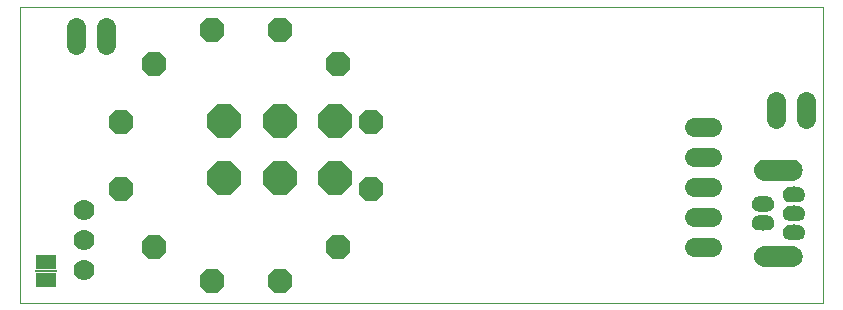
<source format=gbs>
G04 EAGLE Gerber RS-274X export*
G75*
%MOMM*%
%FSLAX34Y34*%
%LPD*%
%INBottom solder mask*%
%IPPOS*%
%AMOC8*
5,1,8,0,0,1.08239X$1,22.5*%
G01*
%ADD10C,0.000000*%
%ADD11P,3.037944X8X292.500000*%
%ADD12P,2.254402X8X292.500000*%
%ADD13C,1.625600*%
%ADD14R,1.701800X1.270000*%
%ADD15R,1.828800X0.152400*%
%ADD16C,1.778000*%
%ADD17C,1.309600*%
%ADD18C,1.701600*%

G36*
X653546Y103080D02*
X653546Y103080D01*
X653574Y103078D01*
X655232Y103241D01*
X655270Y103253D01*
X655328Y103261D01*
X656923Y103744D01*
X656958Y103763D01*
X657013Y103782D01*
X658483Y104567D01*
X658513Y104593D01*
X658564Y104622D01*
X659852Y105679D01*
X659876Y105708D01*
X659900Y105724D01*
X659907Y105735D01*
X659921Y105748D01*
X660978Y107036D01*
X660997Y107071D01*
X661033Y107117D01*
X661818Y108587D01*
X661830Y108625D01*
X661856Y108677D01*
X662339Y110272D01*
X662343Y110311D01*
X662359Y110368D01*
X662522Y112026D01*
X662519Y112056D01*
X662523Y112079D01*
X662520Y112092D01*
X662522Y112124D01*
X662359Y113782D01*
X662347Y113820D01*
X662339Y113878D01*
X661856Y115473D01*
X661837Y115508D01*
X661818Y115563D01*
X661033Y117033D01*
X661008Y117063D01*
X660978Y117114D01*
X659921Y118402D01*
X659899Y118420D01*
X659897Y118423D01*
X659891Y118427D01*
X659852Y118471D01*
X658564Y119528D01*
X658529Y119547D01*
X658483Y119583D01*
X657013Y120368D01*
X656975Y120380D01*
X656923Y120406D01*
X655328Y120889D01*
X655289Y120893D01*
X655232Y120909D01*
X653574Y121072D01*
X653552Y121070D01*
X653525Y121074D01*
X630525Y121074D01*
X630504Y121070D01*
X630476Y121072D01*
X628818Y120909D01*
X628780Y120897D01*
X628722Y120889D01*
X627127Y120406D01*
X627092Y120387D01*
X627037Y120368D01*
X625567Y119583D01*
X625537Y119558D01*
X625486Y119528D01*
X624198Y118471D01*
X624173Y118441D01*
X624129Y118402D01*
X623072Y117114D01*
X623053Y117079D01*
X623017Y117033D01*
X622232Y115563D01*
X622220Y115525D01*
X622194Y115473D01*
X621711Y113878D01*
X621707Y113839D01*
X621691Y113782D01*
X621528Y112124D01*
X621532Y112085D01*
X621531Y112068D01*
X621527Y112046D01*
X621529Y112039D01*
X621528Y112026D01*
X621691Y110368D01*
X621703Y110330D01*
X621711Y110272D01*
X622194Y108677D01*
X622213Y108642D01*
X622232Y108587D01*
X623017Y107117D01*
X623043Y107087D01*
X623072Y107036D01*
X624129Y105748D01*
X624156Y105725D01*
X624174Y105701D01*
X624183Y105696D01*
X624198Y105679D01*
X625486Y104622D01*
X625521Y104603D01*
X625567Y104567D01*
X627037Y103782D01*
X627075Y103770D01*
X627127Y103744D01*
X628722Y103261D01*
X628761Y103257D01*
X628818Y103241D01*
X630476Y103078D01*
X630498Y103080D01*
X630525Y103076D01*
X653525Y103076D01*
X653546Y103080D01*
G37*
G36*
X653546Y30080D02*
X653546Y30080D01*
X653574Y30078D01*
X655232Y30241D01*
X655270Y30253D01*
X655328Y30261D01*
X656923Y30744D01*
X656958Y30763D01*
X657013Y30782D01*
X658483Y31567D01*
X658513Y31593D01*
X658564Y31622D01*
X659852Y32679D01*
X659876Y32708D01*
X659900Y32724D01*
X659907Y32735D01*
X659921Y32748D01*
X660978Y34036D01*
X660997Y34071D01*
X661033Y34117D01*
X661818Y35587D01*
X661830Y35625D01*
X661856Y35677D01*
X662339Y37272D01*
X662343Y37311D01*
X662359Y37368D01*
X662522Y39026D01*
X662519Y39056D01*
X662523Y39079D01*
X662520Y39092D01*
X662522Y39124D01*
X662359Y40782D01*
X662347Y40820D01*
X662339Y40878D01*
X661856Y42473D01*
X661837Y42508D01*
X661818Y42563D01*
X661033Y44033D01*
X661008Y44063D01*
X660978Y44114D01*
X659921Y45402D01*
X659899Y45420D01*
X659897Y45423D01*
X659891Y45427D01*
X659852Y45471D01*
X658564Y46528D01*
X658529Y46547D01*
X658483Y46583D01*
X657013Y47368D01*
X656975Y47380D01*
X656923Y47406D01*
X655328Y47889D01*
X655289Y47893D01*
X655232Y47909D01*
X653574Y48072D01*
X653552Y48070D01*
X653525Y48074D01*
X630525Y48074D01*
X630504Y48070D01*
X630476Y48072D01*
X628818Y47909D01*
X628780Y47897D01*
X628722Y47889D01*
X627127Y47406D01*
X627092Y47387D01*
X627037Y47368D01*
X625567Y46583D01*
X625537Y46558D01*
X625486Y46528D01*
X624198Y45471D01*
X624173Y45441D01*
X624129Y45402D01*
X623072Y44114D01*
X623053Y44079D01*
X623017Y44033D01*
X622232Y42563D01*
X622220Y42525D01*
X622194Y42473D01*
X621711Y40878D01*
X621707Y40839D01*
X621691Y40782D01*
X621528Y39124D01*
X621532Y39085D01*
X621531Y39068D01*
X621527Y39046D01*
X621529Y39039D01*
X621528Y39026D01*
X621691Y37368D01*
X621703Y37330D01*
X621711Y37272D01*
X622194Y35677D01*
X622213Y35642D01*
X622232Y35587D01*
X623017Y34117D01*
X623043Y34087D01*
X623072Y34036D01*
X624129Y32748D01*
X624156Y32725D01*
X624174Y32701D01*
X624183Y32696D01*
X624198Y32679D01*
X625486Y31622D01*
X625521Y31603D01*
X625567Y31567D01*
X627037Y30782D01*
X627075Y30770D01*
X627127Y30744D01*
X628722Y30261D01*
X628761Y30257D01*
X628818Y30241D01*
X630476Y30078D01*
X630498Y30080D01*
X630525Y30076D01*
X653525Y30076D01*
X653546Y30080D01*
G37*
G36*
X658046Y85080D02*
X658046Y85080D01*
X658074Y85078D01*
X659244Y85193D01*
X659282Y85205D01*
X659340Y85213D01*
X660466Y85554D01*
X660501Y85573D01*
X660556Y85591D01*
X661594Y86146D01*
X661624Y86171D01*
X661675Y86200D01*
X662584Y86946D01*
X662609Y86977D01*
X662654Y87016D01*
X663400Y87925D01*
X663418Y87960D01*
X663454Y88006D01*
X664009Y89044D01*
X664020Y89082D01*
X664046Y89134D01*
X664387Y90260D01*
X664391Y90299D01*
X664407Y90356D01*
X664522Y91526D01*
X664519Y91557D01*
X664523Y91583D01*
X664520Y91596D01*
X664522Y91624D01*
X664407Y92794D01*
X664395Y92832D01*
X664387Y92890D01*
X664046Y94016D01*
X664027Y94051D01*
X664009Y94106D01*
X663454Y95144D01*
X663429Y95174D01*
X663400Y95225D01*
X662654Y96134D01*
X662623Y96159D01*
X662584Y96204D01*
X661675Y96950D01*
X661640Y96968D01*
X661594Y97004D01*
X660556Y97559D01*
X660519Y97570D01*
X660466Y97596D01*
X659340Y97937D01*
X659301Y97941D01*
X659244Y97957D01*
X658074Y98072D01*
X658052Y98070D01*
X658025Y98074D01*
X652025Y98074D01*
X652004Y98070D01*
X651976Y98072D01*
X650806Y97957D01*
X650768Y97945D01*
X650710Y97937D01*
X649584Y97596D01*
X649549Y97577D01*
X649494Y97559D01*
X648456Y97004D01*
X648426Y96979D01*
X648375Y96950D01*
X647466Y96204D01*
X647441Y96173D01*
X647396Y96134D01*
X646650Y95225D01*
X646632Y95190D01*
X646596Y95144D01*
X646041Y94106D01*
X646030Y94069D01*
X646004Y94016D01*
X645663Y92890D01*
X645659Y92851D01*
X645643Y92794D01*
X645528Y91624D01*
X645532Y91585D01*
X645532Y91578D01*
X645527Y91549D01*
X645529Y91540D01*
X645528Y91526D01*
X645643Y90356D01*
X645655Y90318D01*
X645663Y90260D01*
X646004Y89134D01*
X646023Y89099D01*
X646041Y89044D01*
X646596Y88006D01*
X646621Y87976D01*
X646650Y87925D01*
X647396Y87016D01*
X647427Y86991D01*
X647466Y86946D01*
X648375Y86200D01*
X648410Y86182D01*
X648456Y86146D01*
X649494Y85591D01*
X649532Y85580D01*
X649584Y85554D01*
X650710Y85213D01*
X650749Y85209D01*
X650806Y85193D01*
X651976Y85078D01*
X651998Y85080D01*
X652025Y85076D01*
X658025Y85076D01*
X658046Y85080D01*
G37*
G36*
X632046Y77080D02*
X632046Y77080D01*
X632074Y77078D01*
X633244Y77193D01*
X633282Y77205D01*
X633340Y77213D01*
X634466Y77554D01*
X634501Y77573D01*
X634556Y77591D01*
X635594Y78146D01*
X635624Y78171D01*
X635675Y78200D01*
X636584Y78946D01*
X636609Y78977D01*
X636654Y79016D01*
X637400Y79925D01*
X637418Y79960D01*
X637454Y80006D01*
X638009Y81044D01*
X638020Y81082D01*
X638046Y81134D01*
X638387Y82260D01*
X638391Y82299D01*
X638407Y82356D01*
X638522Y83526D01*
X638519Y83557D01*
X638523Y83583D01*
X638520Y83596D01*
X638522Y83624D01*
X638407Y84794D01*
X638395Y84832D01*
X638387Y84890D01*
X638046Y86016D01*
X638027Y86051D01*
X638009Y86106D01*
X637454Y87144D01*
X637429Y87174D01*
X637400Y87225D01*
X636654Y88134D01*
X636623Y88159D01*
X636584Y88204D01*
X635675Y88950D01*
X635640Y88968D01*
X635594Y89004D01*
X634556Y89559D01*
X634519Y89570D01*
X634466Y89596D01*
X633340Y89937D01*
X633301Y89941D01*
X633244Y89957D01*
X632074Y90072D01*
X632052Y90070D01*
X632025Y90074D01*
X626025Y90074D01*
X626004Y90070D01*
X625976Y90072D01*
X624806Y89957D01*
X624768Y89945D01*
X624710Y89937D01*
X623584Y89596D01*
X623549Y89577D01*
X623494Y89559D01*
X622456Y89004D01*
X622426Y88979D01*
X622375Y88950D01*
X621466Y88204D01*
X621441Y88173D01*
X621396Y88134D01*
X620650Y87225D01*
X620632Y87190D01*
X620596Y87144D01*
X620041Y86106D01*
X620030Y86069D01*
X620004Y86016D01*
X619663Y84890D01*
X619659Y84851D01*
X619643Y84794D01*
X619528Y83624D01*
X619532Y83585D01*
X619532Y83578D01*
X619527Y83549D01*
X619529Y83540D01*
X619528Y83526D01*
X619643Y82356D01*
X619655Y82318D01*
X619663Y82260D01*
X620004Y81134D01*
X620023Y81099D01*
X620041Y81044D01*
X620596Y80006D01*
X620621Y79976D01*
X620650Y79925D01*
X621396Y79016D01*
X621427Y78991D01*
X621466Y78946D01*
X622375Y78200D01*
X622410Y78182D01*
X622456Y78146D01*
X623494Y77591D01*
X623532Y77580D01*
X623584Y77554D01*
X624710Y77213D01*
X624749Y77209D01*
X624806Y77193D01*
X625976Y77078D01*
X625998Y77080D01*
X626025Y77076D01*
X632025Y77076D01*
X632046Y77080D01*
G37*
G36*
X658046Y69080D02*
X658046Y69080D01*
X658074Y69078D01*
X659244Y69193D01*
X659282Y69205D01*
X659340Y69213D01*
X660466Y69554D01*
X660501Y69573D01*
X660556Y69591D01*
X661594Y70146D01*
X661624Y70171D01*
X661675Y70200D01*
X662584Y70946D01*
X662609Y70977D01*
X662654Y71016D01*
X663400Y71925D01*
X663418Y71960D01*
X663454Y72006D01*
X664009Y73044D01*
X664020Y73082D01*
X664046Y73134D01*
X664387Y74260D01*
X664391Y74299D01*
X664407Y74356D01*
X664522Y75526D01*
X664519Y75557D01*
X664523Y75583D01*
X664520Y75596D01*
X664522Y75624D01*
X664407Y76794D01*
X664395Y76832D01*
X664387Y76890D01*
X664046Y78016D01*
X664027Y78051D01*
X664009Y78106D01*
X663454Y79144D01*
X663429Y79174D01*
X663400Y79225D01*
X662654Y80134D01*
X662623Y80159D01*
X662584Y80204D01*
X661675Y80950D01*
X661640Y80968D01*
X661594Y81004D01*
X660556Y81559D01*
X660519Y81570D01*
X660466Y81596D01*
X659340Y81937D01*
X659301Y81941D01*
X659244Y81957D01*
X658074Y82072D01*
X658052Y82070D01*
X658025Y82074D01*
X652025Y82074D01*
X652004Y82070D01*
X651976Y82072D01*
X650806Y81957D01*
X650768Y81945D01*
X650710Y81937D01*
X649584Y81596D01*
X649549Y81577D01*
X649494Y81559D01*
X648456Y81004D01*
X648426Y80979D01*
X648375Y80950D01*
X647466Y80204D01*
X647441Y80173D01*
X647396Y80134D01*
X646650Y79225D01*
X646632Y79190D01*
X646596Y79144D01*
X646041Y78106D01*
X646030Y78069D01*
X646004Y78016D01*
X645663Y76890D01*
X645659Y76851D01*
X645643Y76794D01*
X645528Y75624D01*
X645532Y75585D01*
X645532Y75578D01*
X645527Y75549D01*
X645529Y75540D01*
X645528Y75526D01*
X645643Y74356D01*
X645655Y74318D01*
X645663Y74260D01*
X646004Y73134D01*
X646023Y73099D01*
X646041Y73044D01*
X646596Y72006D01*
X646621Y71976D01*
X646650Y71925D01*
X647396Y71016D01*
X647427Y70991D01*
X647466Y70946D01*
X648375Y70200D01*
X648410Y70182D01*
X648456Y70146D01*
X649494Y69591D01*
X649532Y69580D01*
X649584Y69554D01*
X650710Y69213D01*
X650749Y69209D01*
X650806Y69193D01*
X651976Y69078D01*
X651998Y69080D01*
X652025Y69076D01*
X658025Y69076D01*
X658046Y69080D01*
G37*
G36*
X632046Y61080D02*
X632046Y61080D01*
X632074Y61078D01*
X633244Y61193D01*
X633282Y61205D01*
X633340Y61213D01*
X634466Y61554D01*
X634501Y61573D01*
X634556Y61591D01*
X635594Y62146D01*
X635624Y62171D01*
X635675Y62200D01*
X636584Y62946D01*
X636609Y62977D01*
X636654Y63016D01*
X637400Y63925D01*
X637418Y63960D01*
X637454Y64006D01*
X638009Y65044D01*
X638020Y65082D01*
X638046Y65134D01*
X638387Y66260D01*
X638391Y66299D01*
X638407Y66356D01*
X638522Y67526D01*
X638519Y67557D01*
X638523Y67583D01*
X638520Y67596D01*
X638522Y67624D01*
X638407Y68794D01*
X638395Y68832D01*
X638387Y68890D01*
X638046Y70016D01*
X638027Y70051D01*
X638009Y70106D01*
X637454Y71144D01*
X637429Y71174D01*
X637400Y71225D01*
X636654Y72134D01*
X636623Y72159D01*
X636584Y72204D01*
X635675Y72950D01*
X635640Y72968D01*
X635594Y73004D01*
X634556Y73559D01*
X634519Y73570D01*
X634466Y73596D01*
X633340Y73937D01*
X633301Y73941D01*
X633244Y73957D01*
X632074Y74072D01*
X632052Y74070D01*
X632025Y74074D01*
X626025Y74074D01*
X626004Y74070D01*
X625976Y74072D01*
X624806Y73957D01*
X624768Y73945D01*
X624710Y73937D01*
X623584Y73596D01*
X623549Y73577D01*
X623494Y73559D01*
X622456Y73004D01*
X622426Y72979D01*
X622375Y72950D01*
X621466Y72204D01*
X621441Y72173D01*
X621396Y72134D01*
X620650Y71225D01*
X620632Y71190D01*
X620596Y71144D01*
X620041Y70106D01*
X620030Y70069D01*
X620004Y70016D01*
X619663Y68890D01*
X619659Y68851D01*
X619643Y68794D01*
X619528Y67624D01*
X619532Y67585D01*
X619532Y67578D01*
X619527Y67549D01*
X619529Y67540D01*
X619528Y67526D01*
X619643Y66356D01*
X619655Y66318D01*
X619663Y66260D01*
X620004Y65134D01*
X620023Y65099D01*
X620041Y65044D01*
X620596Y64006D01*
X620621Y63976D01*
X620650Y63925D01*
X621396Y63016D01*
X621427Y62991D01*
X621466Y62946D01*
X622375Y62200D01*
X622410Y62182D01*
X622456Y62146D01*
X623494Y61591D01*
X623532Y61580D01*
X623584Y61554D01*
X624710Y61213D01*
X624749Y61209D01*
X624806Y61193D01*
X625976Y61078D01*
X625998Y61080D01*
X626025Y61076D01*
X632025Y61076D01*
X632046Y61080D01*
G37*
G36*
X658046Y53080D02*
X658046Y53080D01*
X658074Y53078D01*
X659244Y53193D01*
X659282Y53205D01*
X659340Y53213D01*
X660466Y53554D01*
X660501Y53573D01*
X660556Y53591D01*
X661594Y54146D01*
X661624Y54171D01*
X661675Y54200D01*
X662584Y54946D01*
X662609Y54977D01*
X662654Y55016D01*
X663400Y55925D01*
X663418Y55960D01*
X663454Y56006D01*
X664009Y57044D01*
X664020Y57082D01*
X664046Y57134D01*
X664387Y58260D01*
X664391Y58299D01*
X664407Y58356D01*
X664522Y59526D01*
X664519Y59557D01*
X664523Y59583D01*
X664520Y59596D01*
X664522Y59624D01*
X664407Y60794D01*
X664395Y60832D01*
X664387Y60890D01*
X664046Y62016D01*
X664027Y62051D01*
X664009Y62106D01*
X663454Y63144D01*
X663429Y63174D01*
X663400Y63225D01*
X662654Y64134D01*
X662623Y64159D01*
X662584Y64204D01*
X661675Y64950D01*
X661640Y64968D01*
X661594Y65004D01*
X660556Y65559D01*
X660519Y65570D01*
X660466Y65596D01*
X659340Y65937D01*
X659301Y65941D01*
X659244Y65957D01*
X658074Y66072D01*
X658052Y66070D01*
X658025Y66074D01*
X652025Y66074D01*
X652004Y66070D01*
X651976Y66072D01*
X650806Y65957D01*
X650768Y65945D01*
X650710Y65937D01*
X649584Y65596D01*
X649549Y65577D01*
X649494Y65559D01*
X648456Y65004D01*
X648426Y64979D01*
X648375Y64950D01*
X647466Y64204D01*
X647441Y64173D01*
X647396Y64134D01*
X646650Y63225D01*
X646632Y63190D01*
X646596Y63144D01*
X646041Y62106D01*
X646030Y62069D01*
X646004Y62016D01*
X645663Y60890D01*
X645659Y60851D01*
X645643Y60794D01*
X645528Y59624D01*
X645532Y59585D01*
X645532Y59578D01*
X645527Y59549D01*
X645529Y59540D01*
X645528Y59526D01*
X645643Y58356D01*
X645655Y58318D01*
X645663Y58260D01*
X646004Y57134D01*
X646023Y57099D01*
X646041Y57044D01*
X646596Y56006D01*
X646621Y55976D01*
X646650Y55925D01*
X647396Y55016D01*
X647427Y54991D01*
X647466Y54946D01*
X648375Y54200D01*
X648410Y54182D01*
X648456Y54146D01*
X649494Y53591D01*
X649532Y53580D01*
X649584Y53554D01*
X650710Y53213D01*
X650749Y53209D01*
X650806Y53193D01*
X651976Y53078D01*
X651998Y53080D01*
X652025Y53076D01*
X658025Y53076D01*
X658046Y53080D01*
G37*
D10*
X0Y0D02*
X680000Y0D01*
X680000Y250000D01*
X0Y250000D01*
X0Y0D01*
D11*
X219952Y153402D03*
D12*
X268974Y202424D03*
X297422Y153148D03*
X297422Y96252D03*
X268974Y46976D03*
X219698Y18528D03*
X162802Y18528D03*
X113526Y46976D03*
X85078Y96252D03*
X85078Y153148D03*
X113526Y202424D03*
X162802Y230872D03*
X219698Y230872D03*
D13*
X570765Y46700D02*
X586005Y46700D01*
X586005Y72100D02*
X570765Y72100D01*
X570765Y97500D02*
X586005Y97500D01*
X586005Y122900D02*
X570765Y122900D01*
X570765Y148300D02*
X586005Y148300D01*
D14*
X21918Y19170D03*
X21918Y34410D03*
D15*
X21918Y26790D03*
D13*
X46990Y217805D02*
X46990Y233045D01*
X72390Y233045D02*
X72390Y217805D01*
D16*
X53721Y52959D03*
X53721Y27559D03*
X53721Y78359D03*
D17*
X655025Y75575D03*
X655025Y91575D03*
X655025Y59575D03*
X629025Y67575D03*
X629025Y83575D03*
D18*
X642025Y112075D03*
X642025Y39075D03*
D13*
X665780Y155595D02*
X665780Y170835D01*
X640380Y170835D02*
X640380Y155595D01*
D11*
X267018Y153353D03*
X173038Y153353D03*
X173038Y105093D03*
X220028Y105093D03*
X267018Y105093D03*
M02*

</source>
